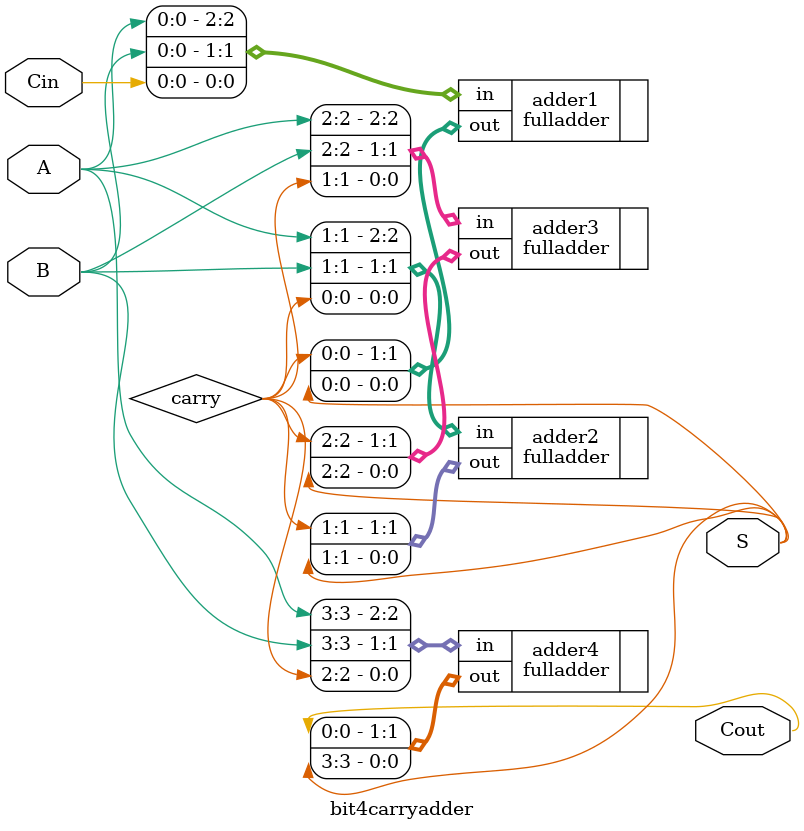
<source format=v>
`timescale 1ns / 1ps


module bit4carryadder(input[3:0] A, input[3:0] B,input Cin, output[3:0] S, output Cout
    );
    wire[2:0] carry;
    fulladder adder1(.in({A[0],B[0],Cin}), .out({carry[0], S[0]}));
    fulladder adder2(.in({A[1],B[1],carry[0]}), .out({carry[1], S[1]}));
    fulladder adder3(.in({A[2],B[2],carry[1]}), .out({carry[2],S[2]}));
    fulladder adder4(.in({A[3],B[3],carry[2]}), .out({Cout,S[3]}));
endmodule

</source>
